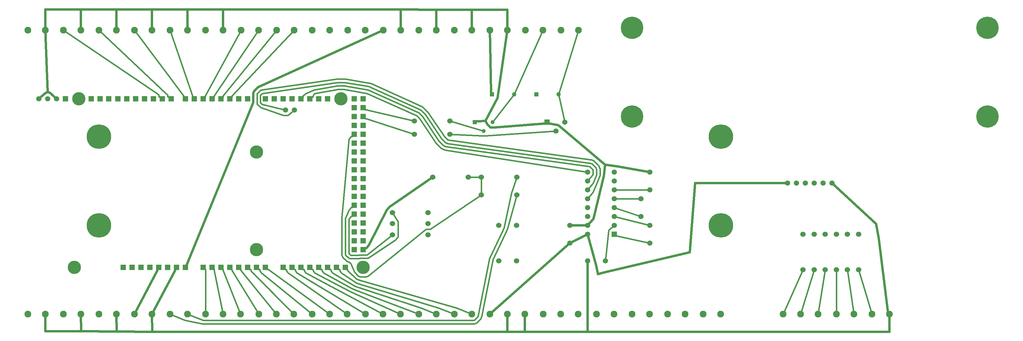
<source format=gbr>
G04 DipTrace 3.3.1.3*
G04 Bottom.gbr*
%MOIN*%
G04 #@! TF.FileFunction,Copper,L2,Bot*
G04 #@! TF.Part,Single*
G04 #@! TA.AperFunction,Conductor*
%ADD13C,0.025984*%
%ADD14C,0.015748*%
G04 #@! TA.AperFunction,ComponentPad*
%ADD17C,0.076772*%
%ADD18R,0.059055X0.059055*%
%ADD19C,0.15*%
%ADD20R,0.05X0.05*%
%ADD21C,0.05*%
%ADD22C,0.06*%
%ADD23C,0.059055*%
%ADD24C,0.275591*%
%ADD25C,0.251969*%
%ADD26C,0.045996*%
%ADD27R,0.046X0.046*%
%FSLAX26Y26*%
G04*
G70*
G90*
G75*
G01*
G04 Bottom*
%LPD*%
X2388066Y1192980D2*
D13*
X2404602Y1209515D1*
Y1227889D1*
X3151452Y3049428D1*
Y3155157D1*
X3152169Y3158015D1*
X3160602Y3178350D1*
X3162117Y3180877D1*
X3208043Y3226802D1*
X3210570Y3228318D1*
X4613066Y3867980D1*
X5838066Y3142980D2*
X5826058Y3154987D1*
Y3173361D1*
X5813066Y3867980D1*
X9163066Y2142980D2*
X8123172Y2143169D1*
X8065188Y1365417D1*
X7088499Y1133491D1*
X7029519Y1118495D1*
X7010527Y1213464D1*
X6913066Y1567980D1*
X6713066Y1467980D2*
X5813066Y667980D1*
X6913066Y1567980D2*
X6713066Y1467980D1*
X2088066Y1192980D2*
X2071535Y1176448D1*
Y1158070D1*
X1813070Y667980D1*
X1413070Y3867980D2*
D14*
X2168641Y3154003D1*
X2187090Y3135554D1*
X2188665Y3119247D1*
X2193279Y3114633D1*
X2204413D1*
X2226066Y3092980D1*
X1813070Y3867980D2*
X2366413Y3125767D1*
Y3114633D1*
X2388066Y3092980D1*
X2213066Y3867980D2*
X2466413Y3125767D1*
Y3114633D1*
X2488066Y3092980D1*
X5209917Y3867980D2*
D13*
Y4098771D1*
X5609936Y4098775D1*
X6009917D1*
Y3867980D1*
X5609917D2*
X5609936Y4098775D1*
X5209917Y4098771D2*
X4810133Y4101794D1*
X2809917D1*
Y3867980D1*
X1209920D2*
Y4101546D1*
X809920D1*
Y3867980D1*
X1609920D2*
Y4101546D1*
X1209920D1*
X2009920Y3867980D2*
Y4101546D1*
X1609920D1*
X2409917Y3867980D2*
Y4101546D1*
X2009920D1*
X2809917Y4101794D2*
X2409917Y4101546D1*
X809920Y667980D2*
Y472846D1*
X1214881Y472483D1*
X1614566Y472121D1*
X2014330Y468491D1*
X6009917D1*
Y667980D1*
X6206767D2*
Y468491D1*
X6009917D1*
X6713066Y1667980D2*
X6913066D1*
X10309920Y667980D2*
Y468322D1*
X6913771Y468491D1*
X6206767D1*
X1609920Y667980D2*
X1614566Y472121D1*
X1209920Y667980D2*
X1214881Y472483D1*
X2014330Y468491D2*
X2009920Y667980D1*
X6009917Y3867980D2*
X5899680Y3102814D1*
X5763924Y2845161D1*
X5672700Y2840487D1*
X5654326D1*
X5644318Y2830480D1*
X9663066Y2142980D2*
X10160275Y1683259D1*
X10189291Y1521011D1*
X10296259Y662330D1*
X10309920Y667980D1*
X809920Y3867980D2*
X835983Y3169294D1*
X808936Y3156676D1*
X738857Y3092980D1*
X4809917Y3867980D2*
X4810133Y4101794D1*
X5763924Y2845161D2*
X5786161Y2804271D1*
X5818109Y2772322D1*
X5821609Y2770869D1*
X5867027D1*
X6421909Y2813944D1*
X6440283D1*
X6456818Y2830480D1*
X938857Y3092980D2*
X868779Y3156676D1*
X862873Y3159121D1*
X835983Y3169294D1*
X6913066Y1267980D2*
X6913771Y468491D1*
X6913066Y1667980D2*
X6976763Y1738070D1*
X6979208Y1743972D1*
X7097318Y2226767D1*
X7110818Y2351787D1*
X7237074Y2334121D1*
X7613066Y2267980D1*
X4388066Y1392980D2*
X4404602Y1409515D1*
X4422976D1*
X4430586Y1417125D1*
X4454208Y1448287D1*
X4654613Y1841574D1*
X4688535Y1875495D1*
X5169318Y2211728D1*
X2009920Y667980D2*
X2271531Y1158070D1*
Y1176444D1*
X2288066Y1192980D1*
X6456818Y2830480D2*
X6473354Y2813944D1*
X6491728D1*
X6580826Y2796621D1*
X6586728Y2794176D1*
X7110818Y2351787D1*
X10309920Y667980D2*
D3*
X5844318Y2830480D2*
D14*
X6088066Y3142980D1*
X6409917Y3867980D1*
X1013070D2*
X2068661Y3154003D1*
X2087086Y3135554D1*
X2088661Y3119247D1*
X2093275Y3114633D1*
X2104413D1*
X2126066Y3092980D1*
X6556818Y2730480D2*
X5766007Y2675987D1*
X5722629D1*
X5363066Y2692980D1*
X4963066D2*
X4420854Y2871326D1*
X4409720D1*
X4388066Y2892980D1*
X6656818Y2830480D2*
X6588066Y3142980D1*
X6809917Y3867980D1*
X9463066Y1167980D2*
X9309917Y667980D1*
X4963066Y2842980D2*
X4420854Y2971326D1*
X4409720D1*
X4388066Y2992980D1*
X9338066Y1167980D2*
X9113066Y667980D1*
X2588066Y3092980D2*
X2609720Y3114633D1*
Y3125767D1*
X3013066Y3867980D1*
X2688066Y3092980D2*
X2709720Y3114633D1*
Y3125767D1*
X3209917Y3867980D1*
X2788066Y3092980D2*
X2809720Y3114633D1*
Y3125767D1*
X3413066Y3867980D1*
X2888066Y3092980D2*
X2909720Y3114633D1*
Y3125767D1*
X3609917Y3867980D1*
X5609917Y667980D2*
X5437818Y737861D1*
X4342830Y1049314D1*
X4318291Y1059487D1*
X4310535Y1064137D1*
X4214334Y1155578D1*
X4209720Y1160192D1*
Y1171326D1*
X4188066Y1192980D1*
X5413066Y667980D2*
X5234669Y737861D1*
X4330436Y1011834D1*
X4300539Y1024228D1*
X4286129Y1032865D1*
X4145491Y1131956D1*
X4127043Y1150405D1*
X4125468Y1166712D1*
X4120854Y1171326D1*
X4109720D1*
X4088066Y1192980D1*
X7613066Y1467980D2*
X7245854Y1546326D1*
X7234720D1*
X7213066Y1567980D1*
X7613066Y1667980D2*
X7213066Y1767980D1*
X7513066D2*
X7213066Y1867980D1*
X7513066Y1967980D2*
X7213066D1*
X7613066Y2067980D2*
X7213066D1*
X6118712Y2011397D2*
X6013889Y1636905D1*
X6006255Y1618491D1*
X5853306Y1295259D1*
X5851570Y1291062D1*
X5719169Y636035D1*
X5718724Y634267D1*
X5710613Y614712D1*
X5709676Y613149D1*
X5664747Y568220D1*
X5663184Y567283D1*
X5643629Y559172D1*
X5641861Y558728D1*
X2581121D1*
X2385165Y598098D1*
X2213066Y667980D1*
X7113066Y1267980D2*
X7152043Y1610554D1*
X7170491Y1629003D1*
X7213066Y1667980D1*
X4718712Y1811397D2*
X4778472Y1713676D1*
X4780208Y1709480D1*
Y1538314D1*
X4778472Y1534117D1*
X4745991Y1501637D1*
X4447578Y1299645D1*
X4441625Y1297180D1*
X4356747D1*
X4336983Y1292928D1*
X4233672Y1292980D1*
X4226176Y1296086D1*
X4191172Y1331090D1*
X4187672Y1339515D1*
Y1747452D1*
X4190838Y1755094D1*
X4227043Y1835554D1*
X4250665Y1866712D1*
X4255279Y1871326D1*
X4266413D1*
X4288066Y1892980D1*
Y2692980D2*
X4266413Y2671326D1*
X4255279D1*
X4250665Y2666712D1*
X4227043Y2635554D1*
X4148302Y1754574D1*
Y1332393D1*
X4148794Y1330436D1*
X4156960Y1310747D1*
X4157995Y1309019D1*
X4158464Y1308377D1*
X4203464Y1263377D1*
X4205094Y1262401D1*
X4224704Y1254271D1*
X4226546Y1253806D1*
X4230558D1*
X4248893Y1235472D1*
X4289834Y1140956D1*
X4290495Y1139857D1*
X4334944Y1095409D1*
X4336043Y1094747D1*
X4355220Y1086794D1*
X4356464Y1086483D1*
X4419669D1*
X4420913Y1086794D1*
X4440090Y1094747D1*
X4441188Y1095409D1*
X5091432Y1621157D1*
X5095629Y1622893D1*
X5141794Y1624901D1*
X5145991Y1626637D1*
X5718712Y2011397D1*
Y2211397D2*
X5569318Y2211728D1*
X5718712Y2011397D2*
Y2211397D1*
X9713066Y667980D2*
Y1167980D1*
X5744318Y2730480D2*
X5363066Y2842980D1*
X4718712Y1561397D2*
X4429688Y1334251D1*
X4352165D1*
X4325082Y1332125D1*
X4245602D1*
X4227239Y1350487D1*
X4227043Y1351413D1*
Y1735554D1*
X4250665Y1766712D1*
X4255279Y1771326D1*
X4266413D1*
X4288066Y1792980D1*
X6118712Y2211397D2*
X6057216Y2034480D1*
X5974562Y1644897D1*
X5972826Y1640700D1*
X5819877Y1317468D1*
X5812243Y1299054D1*
X5812200Y1298885D1*
X5679798Y643228D1*
X5676783Y635952D1*
X5641944Y601113D1*
X5634669Y598098D1*
X2588314D1*
X2409917Y667980D1*
X9588066Y1167980D2*
X9506767Y667980D1*
X9909917D2*
X9838066Y1167980D1*
X10113070Y667980D2*
X9963066Y1167980D1*
X5209917Y667980D2*
X5037818Y737861D1*
X4317239Y974680D1*
X4283590Y988629D1*
X4281948Y989464D1*
X4263420Y1000558D1*
X4045491Y1131956D1*
X4027043Y1150405D1*
X4025468Y1166712D1*
X4020854Y1171326D1*
X4009720D1*
X3988066Y1192980D1*
X5013066Y667980D2*
X4831519Y737861D1*
X4303586Y937724D1*
X4267102Y952846D1*
X4262873Y954995D1*
X3945491Y1131956D1*
X3927043Y1150405D1*
X3925468Y1166712D1*
X3920854Y1171326D1*
X3909720D1*
X3888066Y1192980D1*
X4609917Y667980D2*
X3745491Y1131956D1*
X3727043Y1150405D1*
X3725468Y1166712D1*
X3720854Y1171326D1*
X3709720D1*
X3688066Y1192980D1*
X4806767Y667980D2*
X4250613Y917058D1*
X4243798Y920527D1*
X3845491Y1131956D1*
X3827043Y1150405D1*
X3825468Y1166712D1*
X3820854Y1171326D1*
X3809720D1*
X3788066Y1192980D1*
X4413066Y667980D2*
X3645491Y1131956D1*
X3627043Y1150405D1*
X3625468Y1166712D1*
X3620854Y1171326D1*
X3609720D1*
X3588066Y1192980D1*
X4206767Y667980D2*
X3545491Y1131956D1*
X3527043Y1150405D1*
X3525468Y1166712D1*
X3520854Y1171326D1*
X3509720D1*
X3488066Y1192980D1*
X4009917Y667980D2*
X3320854Y1171326D1*
X3309720D1*
X3288066Y1192980D1*
X3813066Y667980D2*
X3245491Y1131956D1*
X3227043Y1150405D1*
X3225468Y1166712D1*
X3220854Y1171326D1*
X3209720D1*
X3188066Y1192980D1*
X3606767Y667980D2*
X3127043Y1150405D1*
X3125468Y1166712D1*
X3120854Y1171326D1*
X3109720D1*
X3088066Y1192980D1*
X3409917Y667980D2*
X3009720Y1160192D1*
Y1171326D1*
X2988066Y1192980D1*
X3213066Y667980D2*
X2909720Y1160192D1*
Y1171326D1*
X2888066Y1192980D1*
X3006767Y667980D2*
X2809720Y1160192D1*
Y1171326D1*
X2788066Y1192980D1*
X2809917Y667980D2*
X2709720Y1160192D1*
Y1171326D1*
X2688066Y1192980D1*
X2613066Y667980D2*
Y1167980D1*
X2588066Y1192980D1*
X3513066Y2967980D2*
X3253365Y3031956D1*
X3246633Y3034712D1*
X3229798Y3051546D1*
Y3134413D1*
X3246633Y3151247D1*
X3253365Y3154003D1*
X4096731Y3278216D1*
X4179401D1*
X4449661Y3232743D1*
X4451617Y3232251D1*
X4471306Y3224086D1*
X5030302Y2971428D1*
X5037106Y2967350D1*
X5087436Y2917019D1*
X5269968Y2643346D1*
X5313432Y2599881D1*
X5313578Y2599791D1*
X5331991Y2592157D1*
X5332161Y2592113D1*
X6943885Y2368373D1*
X6962377Y2360712D1*
X7005798Y2317291D1*
X7013460Y2298798D1*
Y2237161D1*
X7005798Y2218669D1*
X6972424Y2140968D1*
X6913066Y2067980D1*
X3613066Y2967980D2*
X3540078Y2908621D1*
X3536054Y2906956D1*
X3490078D1*
X3241468Y2992586D1*
X3233826Y2995751D1*
X3195511Y3033987D1*
X3193184Y3039602D1*
Y3146357D1*
X3195511Y3151972D1*
X3233826Y3190208D1*
X3241468Y3193373D1*
X4092885Y3317586D1*
X4183247D1*
X4186291Y3317102D1*
X4454527Y3272113D1*
X4464007Y3269731D1*
X4489054Y3259350D1*
X5048054Y3006692D1*
X5061511Y2998621D1*
X5118708Y2941424D1*
X5303306Y2665700D1*
X5335787Y2633220D1*
X5339983Y2631483D1*
X6948783Y2407743D1*
X6956381Y2405834D1*
X6980090Y2396007D1*
X6986814Y2391976D1*
X7037062Y2341728D1*
X7041094Y2335003D1*
X7050920Y2311294D1*
X7052830Y2303696D1*
Y2232263D1*
X7050920Y2224665D1*
X7041094Y2200956D1*
X7005798Y2118669D1*
X6972424Y2040968D1*
X6913066Y1967980D1*
Y2167980D2*
X6972424Y2240968D1*
X6974090Y2244991D1*
Y2290968D1*
X6972424Y2294991D1*
X6940078Y2327338D1*
X6936054Y2329003D1*
X5327294Y2552743D1*
X5319602Y2554672D1*
X5295830Y2564531D1*
X5289027Y2568609D1*
X5238696Y2618940D1*
X5056165Y2892613D1*
X5012700Y2936078D1*
X5012554Y2936169D1*
X4450180Y3190208D1*
X4442539Y3193373D1*
X4174535Y3238846D1*
X4101598D1*
X3833594Y3193373D1*
X3825952Y3190208D1*
X3745491Y3154003D1*
X3714334Y3130381D1*
X3709720Y3125767D1*
Y3114633D1*
X3688066Y3092980D1*
X6913066Y2267980D2*
X5322428Y2513373D1*
X5307208Y2517192D1*
X5278078Y2529267D1*
X5264621Y2537338D1*
X5207424Y2594535D1*
X5022826Y2870259D1*
X4990346Y2902739D1*
X4430641Y3154003D1*
X4169669Y3199476D1*
X4106464D1*
X3845491Y3154003D1*
X3827043Y3135554D1*
X3825468Y3119247D1*
X3820854Y3114633D1*
X3809720D1*
X3788066Y3092980D1*
D17*
X2613066Y3867980D3*
X2809917D3*
X3013066D3*
X3209917D3*
X3413066D3*
X3609917D3*
X6213066D3*
X6409917D3*
X613070Y667980D3*
X809920D3*
X6613066Y3867980D3*
X6809917D3*
X4613066D3*
X4809917D3*
D18*
X4388066Y1392980D3*
Y1492980D3*
Y1592980D3*
Y1692980D3*
Y1792980D3*
Y1892980D3*
Y1992980D3*
Y2092980D3*
Y2192980D3*
Y2292980D3*
Y2392980D3*
Y2492980D3*
Y2592980D3*
Y2692980D3*
Y2792980D3*
Y2892980D3*
Y2992980D3*
X4288066Y3092980D3*
Y1392980D3*
Y1492980D3*
Y1592980D3*
Y1692980D3*
Y1792980D3*
Y1892980D3*
Y1992980D3*
Y2092980D3*
Y2192980D3*
Y2292980D3*
Y2392980D3*
Y2492980D3*
Y2592980D3*
Y2692980D3*
Y2792980D3*
Y2892980D3*
Y2992980D3*
X4388066Y3092980D3*
X2188066Y1192980D3*
X1988066D3*
X1888066D3*
X1788066D3*
X1688066D3*
X3088066D3*
X2988066D3*
X2888066D3*
X2788066D3*
X2688066D3*
X2588066D3*
X2226066Y3092980D3*
X2126066D3*
X2026066D3*
X1926066D3*
X1826066D3*
X1726066D3*
X1626066D3*
X1525066D3*
X1426066D3*
X1326066D3*
X3088066D3*
X2988066D3*
X2888066D3*
X2788066D3*
X2688066D3*
X2588066D3*
X2488066D3*
X2388066D3*
X3288066D3*
X3388066D3*
X3488066D3*
X3588066D3*
X3688066D3*
X3788066D3*
X3888066D3*
X3988066D3*
X3188066Y1192980D3*
X3288066D3*
X3488066D3*
X3588066D3*
X3688066D3*
X3788066D3*
X3888066D3*
X3988066D3*
X4088066D3*
X4188066D3*
X2088066D3*
X2388066D3*
X2288066D3*
D19*
X1138066D3*
X1188066Y3092980D3*
X3188066Y1392980D3*
Y2492980D3*
X4388066Y1192980D3*
X4138066Y3092980D3*
D17*
X1013070Y3867980D3*
X1209920D3*
D20*
X5838066Y3142980D3*
D21*
X6088066D3*
D17*
X9113066Y667980D3*
X9309917D3*
X9506767D3*
X5013066Y3867980D3*
X5209917D3*
X5413066D3*
X5609917D3*
X5813066D3*
X6009917D3*
X1013070Y667980D3*
X1209920D3*
X1413070D3*
X1609920D3*
D22*
X5569318Y2211728D3*
X5169318D3*
D17*
X1413070Y3867980D3*
X1609920D3*
D22*
X5363066Y2842980D3*
X4963066D3*
D20*
X6338066Y3142980D3*
D21*
X6588066D3*
D17*
X7013066Y667980D3*
X7209917D3*
X5813066D3*
X6009917D3*
X6206767D3*
X6413066D3*
X6609917D3*
X6806767D3*
X7413066D3*
X7609917D3*
X7813066D3*
X8009917D3*
X8213066D3*
X8409917D3*
X2613066D3*
X2809917D3*
X3006767D3*
D18*
X7213066Y1567980D3*
D23*
Y1667980D3*
Y1767980D3*
Y1867980D3*
Y1967980D3*
Y2067980D3*
Y2167980D3*
Y2267980D3*
X6913066D3*
Y2167980D3*
Y2067980D3*
Y1967980D3*
Y1867980D3*
Y1767980D3*
Y1667980D3*
Y1567980D3*
D22*
X9463066Y1167980D3*
Y1567980D3*
X9338066Y1167980D3*
Y1567980D3*
X9588066Y1167980D3*
Y1567980D3*
X9713066Y1167980D3*
Y1567980D3*
X9838066Y1167980D3*
Y1567980D3*
X9963066Y1167980D3*
Y1567980D3*
X4963066Y2692980D3*
X5363066D3*
X4718712Y1811397D3*
X5118712D3*
X4718712Y1686397D3*
X5118712D3*
X4718712Y1561397D3*
X5118712D3*
D24*
X1413070Y2667980D3*
Y1667980D3*
D18*
X6456818Y2830480D3*
D23*
X6556818Y2730480D3*
X6656818Y2830480D3*
X7613066Y1467980D3*
Y1667980D3*
X7513066Y1967980D3*
Y1767980D3*
X7613066Y2067980D3*
Y2267980D3*
X6713066Y1467980D3*
Y1667980D3*
X6913066Y1267980D3*
X7113066D3*
X3513066Y2967980D3*
X3613066D3*
D22*
X5913066Y1267980D3*
Y1667980D3*
X6113066Y1267980D3*
Y1667980D3*
D23*
X9663066Y2142980D3*
X9163066D3*
D25*
X11413070Y2892980D3*
Y3892980D3*
X7413066D3*
Y2892980D3*
D23*
X9563066Y2142980D3*
X9463066D3*
X9363066D3*
X9263066D3*
D24*
X8413066Y2667980D3*
Y1667980D3*
D17*
X613070Y3867980D3*
X809920D3*
X1813070D3*
X2009920D3*
X2213066D3*
X2409917D3*
X3813066D3*
X4009917D3*
X4213066D3*
X4409917D3*
X9713066Y667980D3*
X9909917D3*
X10113070D3*
X10309920D3*
X3213066D3*
X3409917D3*
X3606767D3*
X3813066D3*
X4009917D3*
X4206767D3*
X4413066D3*
X4609917D3*
X4806767D3*
X5013066D3*
X5209917D3*
X5413066D3*
X5609917D3*
D26*
X5844318Y2830480D3*
D27*
X5644318D3*
D26*
X5744318Y2730480D3*
D18*
X1038857Y3092980D3*
D23*
X938857D3*
X838857D3*
X738857D3*
D17*
X1813070Y667980D3*
X2009920D3*
X2213066D3*
X2409917D3*
D22*
X5718712Y2211397D3*
X6118712D3*
X5718712Y2011397D3*
X6118712D3*
M02*

</source>
